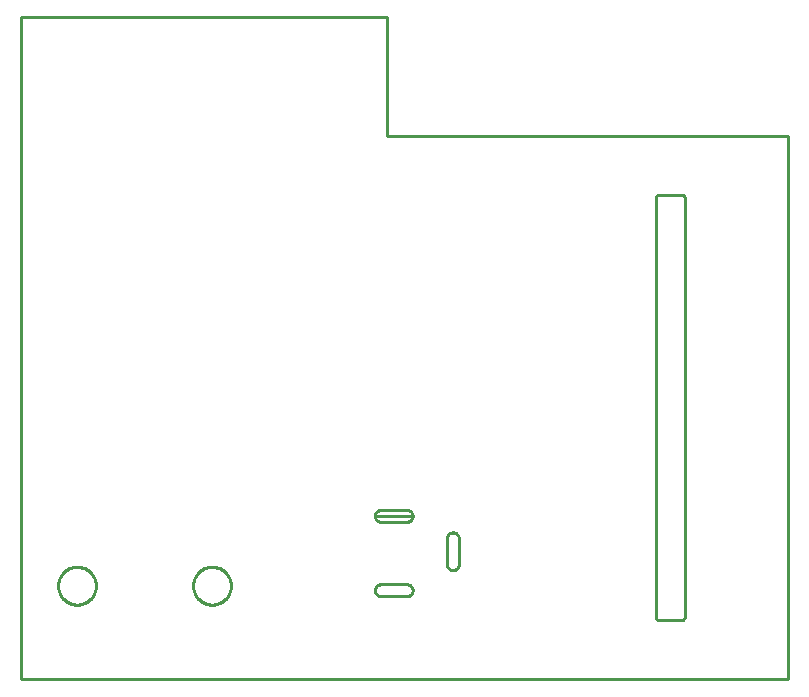
<source format=gbr>
G04 EAGLE Gerber RS-274X export*
G75*
%MOMM*%
%FSLAX34Y34*%
%LPD*%
%IN*%
%IPPOS*%
%AMOC8*
5,1,8,0,0,1.08239X$1,22.5*%
G01*
%ADD10C,0.254000*%


D10*
X0Y0D02*
X650000Y0D01*
X650000Y460000D01*
X310000Y460000D01*
X310000Y560000D01*
X0Y560000D01*
X0Y0D01*
X360800Y97000D02*
X360819Y96564D01*
X360876Y96132D01*
X360970Y95706D01*
X361102Y95290D01*
X361268Y94887D01*
X361470Y94500D01*
X361704Y94132D01*
X361970Y93786D01*
X362264Y93464D01*
X362586Y93170D01*
X362932Y92904D01*
X363300Y92670D01*
X363687Y92468D01*
X364090Y92302D01*
X364506Y92170D01*
X364932Y92076D01*
X365364Y92019D01*
X365800Y92000D01*
X366236Y92019D01*
X366668Y92076D01*
X367094Y92170D01*
X367510Y92302D01*
X367913Y92468D01*
X368300Y92670D01*
X368668Y92904D01*
X369014Y93170D01*
X369336Y93464D01*
X369630Y93786D01*
X369896Y94132D01*
X370130Y94500D01*
X370332Y94887D01*
X370498Y95290D01*
X370630Y95706D01*
X370724Y96132D01*
X370781Y96564D01*
X370800Y97000D01*
X370800Y119000D01*
X370781Y119436D01*
X370724Y119868D01*
X370630Y120294D01*
X370498Y120710D01*
X370332Y121113D01*
X370130Y121500D01*
X369896Y121868D01*
X369630Y122214D01*
X369336Y122536D01*
X369014Y122830D01*
X368668Y123096D01*
X368300Y123330D01*
X367913Y123532D01*
X367510Y123698D01*
X367094Y123830D01*
X366668Y123924D01*
X366236Y123981D01*
X365800Y124000D01*
X365364Y123981D01*
X364932Y123924D01*
X364506Y123830D01*
X364090Y123698D01*
X363687Y123532D01*
X363300Y123330D01*
X362932Y123096D01*
X362586Y122830D01*
X362264Y122536D01*
X361970Y122214D01*
X361704Y121868D01*
X361470Y121500D01*
X361268Y121113D01*
X361102Y120710D01*
X360970Y120294D01*
X360876Y119868D01*
X360819Y119436D01*
X360800Y119000D01*
X360800Y97000D01*
X299800Y75000D02*
X299819Y74564D01*
X299876Y74132D01*
X299970Y73706D01*
X300102Y73290D01*
X300268Y72887D01*
X300470Y72500D01*
X300704Y72132D01*
X300970Y71786D01*
X301264Y71464D01*
X301586Y71170D01*
X301932Y70904D01*
X302300Y70670D01*
X302687Y70468D01*
X303090Y70302D01*
X303506Y70170D01*
X303932Y70076D01*
X304364Y70019D01*
X304800Y70000D01*
X326800Y70000D01*
X327236Y70019D01*
X327668Y70076D01*
X328094Y70170D01*
X328510Y70302D01*
X328913Y70468D01*
X329300Y70670D01*
X329668Y70904D01*
X330014Y71170D01*
X330336Y71464D01*
X330630Y71786D01*
X330896Y72132D01*
X331130Y72500D01*
X331332Y72887D01*
X331498Y73290D01*
X331630Y73706D01*
X331724Y74132D01*
X331781Y74564D01*
X331800Y75000D01*
X331781Y75436D01*
X331724Y75868D01*
X331630Y76294D01*
X331498Y76710D01*
X331332Y77113D01*
X331130Y77500D01*
X330896Y77868D01*
X330630Y78214D01*
X330336Y78536D01*
X330014Y78830D01*
X329668Y79096D01*
X329300Y79330D01*
X328913Y79532D01*
X328510Y79698D01*
X328094Y79830D01*
X327668Y79924D01*
X327236Y79981D01*
X326800Y80000D01*
X304800Y80000D01*
X304364Y79981D01*
X303932Y79924D01*
X303506Y79830D01*
X303090Y79698D01*
X302687Y79532D01*
X302300Y79330D01*
X301932Y79096D01*
X301586Y78830D01*
X301264Y78536D01*
X300970Y78214D01*
X300704Y77868D01*
X300470Y77500D01*
X300268Y77113D01*
X300102Y76710D01*
X299970Y76294D01*
X299876Y75868D01*
X299819Y75436D01*
X299800Y75000D01*
X299800Y138000D02*
X299819Y137564D01*
X299876Y137132D01*
X299970Y136706D01*
X300102Y136290D01*
X300268Y135887D01*
X300470Y135500D01*
X300704Y135132D01*
X300970Y134786D01*
X301264Y134464D01*
X301586Y134170D01*
X301932Y133904D01*
X302300Y133670D01*
X302687Y133468D01*
X303090Y133302D01*
X303506Y133170D01*
X303932Y133076D01*
X304364Y133019D01*
X304800Y133000D01*
X326800Y133000D01*
X327236Y133019D01*
X327668Y133076D01*
X328094Y133170D01*
X328510Y133302D01*
X328913Y133468D01*
X329300Y133670D01*
X329668Y133904D01*
X330014Y134170D01*
X330336Y134464D01*
X330630Y134786D01*
X330896Y135132D01*
X331130Y135500D01*
X331332Y135887D01*
X331498Y136290D01*
X331630Y136706D01*
X331724Y137132D01*
X331781Y137564D01*
X331800Y138000D01*
X299800Y138000D01*
X299800Y138000D02*
X299819Y137564D01*
X299876Y137132D01*
X299970Y136706D01*
X300102Y136290D01*
X300268Y135887D01*
X300470Y135500D01*
X300704Y135132D01*
X300970Y134786D01*
X301264Y134464D01*
X301586Y134170D01*
X301932Y133904D01*
X302300Y133670D01*
X302687Y133468D01*
X303090Y133302D01*
X303506Y133170D01*
X303932Y133076D01*
X304364Y133019D01*
X304800Y133000D01*
X326800Y133000D01*
X327236Y133019D01*
X327668Y133076D01*
X328094Y133170D01*
X328510Y133302D01*
X328913Y133468D01*
X329300Y133670D01*
X329668Y133904D01*
X330014Y134170D01*
X330336Y134464D01*
X330630Y134786D01*
X330896Y135132D01*
X331130Y135500D01*
X331332Y135887D01*
X331498Y136290D01*
X331630Y136706D01*
X331724Y137132D01*
X331781Y137564D01*
X331800Y138000D01*
X331781Y138436D01*
X331724Y138868D01*
X331630Y139294D01*
X331498Y139710D01*
X331332Y140113D01*
X331130Y140500D01*
X330896Y140868D01*
X330630Y141214D01*
X330336Y141536D01*
X330014Y141830D01*
X329668Y142096D01*
X329300Y142330D01*
X328913Y142532D01*
X328510Y142698D01*
X328094Y142830D01*
X327668Y142924D01*
X327236Y142981D01*
X326800Y143000D01*
X304800Y143000D01*
X304364Y142981D01*
X303932Y142924D01*
X303506Y142830D01*
X303090Y142698D01*
X302687Y142532D01*
X302300Y142330D01*
X301932Y142096D01*
X301586Y141830D01*
X301264Y141536D01*
X300970Y141214D01*
X300704Y140868D01*
X300470Y140500D01*
X300268Y140113D01*
X300102Y139710D01*
X299970Y139294D01*
X299876Y138868D01*
X299819Y138436D01*
X299800Y138000D01*
X299800Y138000D02*
X331800Y138000D01*
X331781Y138436D01*
X331724Y138868D01*
X331630Y139294D01*
X331498Y139710D01*
X331332Y140113D01*
X331130Y140500D01*
X330896Y140868D01*
X330630Y141214D01*
X330336Y141536D01*
X330014Y141830D01*
X329668Y142096D01*
X329300Y142330D01*
X328913Y142532D01*
X328510Y142698D01*
X328094Y142830D01*
X327668Y142924D01*
X327236Y142981D01*
X326800Y143000D01*
X304800Y143000D01*
X304364Y142981D01*
X303932Y142924D01*
X303506Y142830D01*
X303090Y142698D01*
X302687Y142532D01*
X302300Y142330D01*
X301932Y142096D01*
X301586Y141830D01*
X301264Y141536D01*
X300970Y141214D01*
X300704Y140868D01*
X300470Y140500D01*
X300268Y140113D01*
X300102Y139710D01*
X299970Y139294D01*
X299876Y138868D01*
X299819Y138436D01*
X299800Y138000D01*
X537700Y52340D02*
X537710Y52119D01*
X537739Y51899D01*
X537787Y51683D01*
X537853Y51471D01*
X537938Y51267D01*
X538040Y51070D01*
X538159Y50883D01*
X538294Y50707D01*
X538444Y50544D01*
X538607Y50394D01*
X538783Y50259D01*
X538970Y50140D01*
X539167Y50038D01*
X539371Y49953D01*
X539583Y49887D01*
X539799Y49839D01*
X540019Y49810D01*
X540240Y49800D01*
X559560Y49800D01*
X559781Y49810D01*
X560001Y49839D01*
X560217Y49887D01*
X560429Y49953D01*
X560633Y50038D01*
X560830Y50140D01*
X561017Y50259D01*
X561193Y50394D01*
X561356Y50544D01*
X561506Y50707D01*
X561641Y50883D01*
X561760Y51070D01*
X561862Y51267D01*
X561947Y51471D01*
X562013Y51683D01*
X562061Y51899D01*
X562090Y52119D01*
X562100Y52340D01*
X562100Y407460D01*
X562090Y407681D01*
X562061Y407901D01*
X562013Y408117D01*
X561947Y408329D01*
X561862Y408533D01*
X561760Y408730D01*
X561641Y408917D01*
X561506Y409093D01*
X561356Y409256D01*
X561193Y409406D01*
X561017Y409541D01*
X560830Y409660D01*
X560633Y409762D01*
X560429Y409847D01*
X560217Y409913D01*
X560001Y409961D01*
X559781Y409990D01*
X559560Y410000D01*
X540000Y410000D01*
X539808Y409992D01*
X539618Y409967D01*
X539431Y409925D01*
X539248Y409867D01*
X539070Y409794D01*
X538900Y409705D01*
X538738Y409602D01*
X538586Y409485D01*
X538444Y409356D01*
X538315Y409214D01*
X538198Y409062D01*
X538095Y408900D01*
X538006Y408730D01*
X537933Y408552D01*
X537875Y408369D01*
X537833Y408182D01*
X537808Y407992D01*
X537800Y407800D01*
X537700Y55900D01*
X537700Y52340D01*
X63550Y78376D02*
X63482Y77331D01*
X63345Y76292D01*
X63140Y75265D01*
X62869Y74253D01*
X62533Y73261D01*
X62132Y72293D01*
X61668Y71354D01*
X61145Y70446D01*
X60563Y69575D01*
X59925Y68744D01*
X59234Y67957D01*
X58493Y67216D01*
X57706Y66525D01*
X56875Y65888D01*
X56004Y65306D01*
X55096Y64782D01*
X54157Y64318D01*
X53189Y63917D01*
X52197Y63581D01*
X51185Y63310D01*
X50158Y63105D01*
X49119Y62969D01*
X48074Y62900D01*
X47026Y62900D01*
X45981Y62969D01*
X44942Y63105D01*
X43915Y63310D01*
X42903Y63581D01*
X41911Y63917D01*
X40943Y64318D01*
X40004Y64782D01*
X39096Y65306D01*
X38225Y65888D01*
X37394Y66525D01*
X36607Y67216D01*
X35866Y67957D01*
X35175Y68744D01*
X34538Y69575D01*
X33956Y70446D01*
X33432Y71354D01*
X32968Y72293D01*
X32567Y73261D01*
X32231Y74253D01*
X31960Y75265D01*
X31755Y76292D01*
X31619Y77331D01*
X31550Y78376D01*
X31550Y79424D01*
X31619Y80469D01*
X31755Y81508D01*
X31960Y82535D01*
X32231Y83547D01*
X32567Y84539D01*
X32968Y85507D01*
X33432Y86446D01*
X33956Y87354D01*
X34538Y88225D01*
X35175Y89056D01*
X35866Y89843D01*
X36607Y90584D01*
X37394Y91275D01*
X38225Y91913D01*
X39096Y92495D01*
X40004Y93018D01*
X40943Y93482D01*
X41911Y93883D01*
X42903Y94219D01*
X43915Y94490D01*
X44942Y94695D01*
X45981Y94832D01*
X47026Y94900D01*
X48074Y94900D01*
X49119Y94832D01*
X50158Y94695D01*
X51185Y94490D01*
X52197Y94219D01*
X53189Y93883D01*
X54157Y93482D01*
X55096Y93018D01*
X56004Y92495D01*
X56875Y91913D01*
X57706Y91275D01*
X58493Y90584D01*
X59234Y89843D01*
X59925Y89056D01*
X60563Y88225D01*
X61145Y87354D01*
X61668Y86446D01*
X62132Y85507D01*
X62533Y84539D01*
X62869Y83547D01*
X63140Y82535D01*
X63345Y81508D01*
X63482Y80469D01*
X63550Y79424D01*
X63550Y78376D01*
X177850Y78376D02*
X177782Y77331D01*
X177645Y76292D01*
X177440Y75265D01*
X177169Y74253D01*
X176833Y73261D01*
X176432Y72293D01*
X175968Y71354D01*
X175445Y70446D01*
X174863Y69575D01*
X174225Y68744D01*
X173534Y67957D01*
X172793Y67216D01*
X172006Y66525D01*
X171175Y65888D01*
X170304Y65306D01*
X169396Y64782D01*
X168457Y64318D01*
X167489Y63917D01*
X166497Y63581D01*
X165485Y63310D01*
X164458Y63105D01*
X163419Y62969D01*
X162374Y62900D01*
X161326Y62900D01*
X160281Y62969D01*
X159242Y63105D01*
X158215Y63310D01*
X157203Y63581D01*
X156211Y63917D01*
X155243Y64318D01*
X154304Y64782D01*
X153396Y65306D01*
X152525Y65888D01*
X151694Y66525D01*
X150907Y67216D01*
X150166Y67957D01*
X149475Y68744D01*
X148838Y69575D01*
X148256Y70446D01*
X147732Y71354D01*
X147268Y72293D01*
X146867Y73261D01*
X146531Y74253D01*
X146260Y75265D01*
X146055Y76292D01*
X145919Y77331D01*
X145850Y78376D01*
X145850Y79424D01*
X145919Y80469D01*
X146055Y81508D01*
X146260Y82535D01*
X146531Y83547D01*
X146867Y84539D01*
X147268Y85507D01*
X147732Y86446D01*
X148256Y87354D01*
X148838Y88225D01*
X149475Y89056D01*
X150166Y89843D01*
X150907Y90584D01*
X151694Y91275D01*
X152525Y91913D01*
X153396Y92495D01*
X154304Y93018D01*
X155243Y93482D01*
X156211Y93883D01*
X157203Y94219D01*
X158215Y94490D01*
X159242Y94695D01*
X160281Y94832D01*
X161326Y94900D01*
X162374Y94900D01*
X163419Y94832D01*
X164458Y94695D01*
X165485Y94490D01*
X166497Y94219D01*
X167489Y93883D01*
X168457Y93482D01*
X169396Y93018D01*
X170304Y92495D01*
X171175Y91913D01*
X172006Y91275D01*
X172793Y90584D01*
X173534Y89843D01*
X174225Y89056D01*
X174863Y88225D01*
X175445Y87354D01*
X175968Y86446D01*
X176432Y85507D01*
X176833Y84539D01*
X177169Y83547D01*
X177440Y82535D01*
X177645Y81508D01*
X177782Y80469D01*
X177850Y79424D01*
X177850Y78376D01*
M02*

</source>
